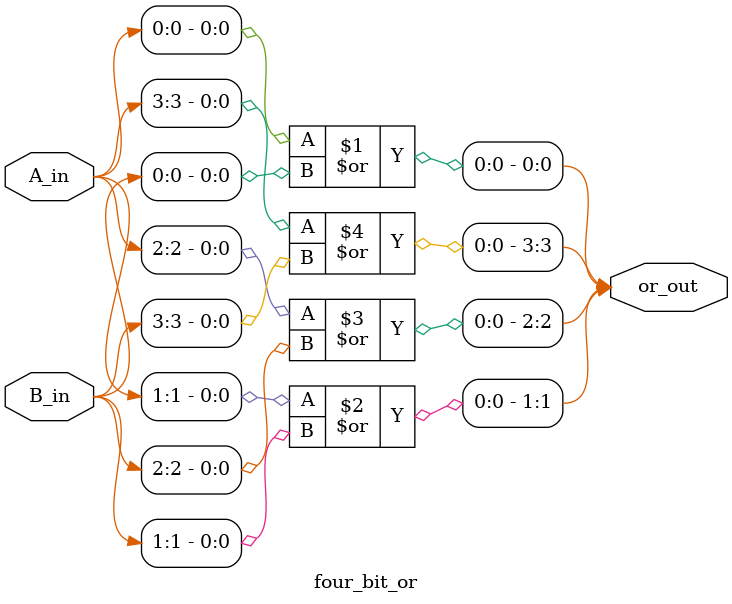
<source format=v>
module four_bit_or(

    input [3:0] A_in,

    input [3:0] B_in,

    output [3:0] or_out

    );

    

    or g1(or_out[0],A_in[0],B_in[0]);

    or g2(or_out[1],A_in[1],B_in[1]);

    or g3(or_out[2],A_in[2],B_in[2]);

    or g4(or_out[3],A_in[3],B_in[3]);

endmodule
</source>
